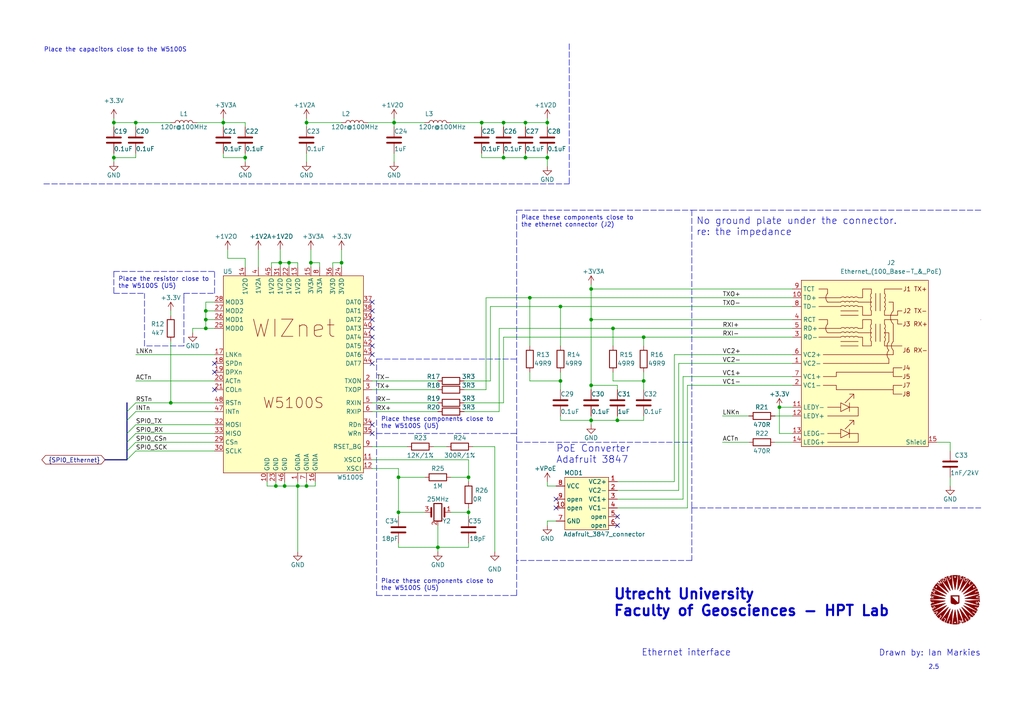
<source format=kicad_sch>
(kicad_sch (version 20211123) (generator eeschema)
  (paper "A4")
  (lib_symbols
    (symbol "+1V2A_1" (power) (in_bom no) (on_board no)
      (property "Value" "+1V2A_1" (at -3.81 3.81 0))
      (symbol "+1V2A_1_1_1"
        (pin power_in line (at 0 0 90) (length 0) hide (name "+1V2A") (number "1"))
      )
    )
    (symbol "+1V2D_1" (power) (in_bom no) (on_board no)
      (property "Value" "+1V2D_1" (at -3.81 3.81 0))
      (symbol "+1V2D_1_1_1"
        (pin power_in line (at 0 0 90) (length 0) hide (name "+1V2D") (number "1"))
      )
    )
    (symbol "+3V3A_1" (power) (in_bom no) (on_board no)
      (property "Value" "+3V3A_1" (at 0 5.08 0))
      (symbol "+3V3A_1_1_1"
        (pin power_in line (at 0 0 90) (length 0) hide (name "+3V3A") (number "1"))
      )
    )
    (symbol "+3V3A_2" (power) (in_bom no) (on_board no)
      (property "Value" "+3V3A_2" (at 0 5.08 0))
      (symbol "+3V3A_2_1_1"
        (pin power_in line (at 0 0 90) (length 0) hide (name "+3V3A") (number "1"))
      )
    )
    (symbol "Device:C" (pin_numbers hide) (pin_names (offset 0.254))
      (property "Reference" "C" (at 0.635 2.54 0))
      (property "Value" "C" (at 0.635 -2.54 0))
      (symbol "C_1_1"
        (pin passive line (at 0 3.81 270) (length 2.794) (name "~") (number "1"))
        (pin passive line (at 0 -3.81 90) (length 2.794) (name "~") (number "2"))
      )
    )
    (symbol "Device:L" (pin_numbers hide) (pin_names (offset 1.016) hide)
      (property "Reference" "L" (at -1.27 0 90))
      (property "Value" "L" (at 1.905 0 90))
      (symbol "L_1_1"
        (pin passive line (at 0 3.81 270) (length 1.27) (name "1") (number "1"))
        (pin passive line (at 0 -3.81 90) (length 1.27) (name "2") (number "2"))
      )
    )
    (symbol "Device:R" (pin_numbers hide) (pin_names (offset 0))
      (property "Reference" "R" (at 2.032 0 90))
      (property "Value" "R" (at 0 0 90))
      (symbol "R_1_1"
        (pin passive line (at 0 3.81 270) (length 1.27) (name "~") (number "1"))
        (pin passive line (at 0 -3.81 90) (length 1.27) (name "~") (number "2"))
      )
    )
    (symbol "HPT:+1V2A" (power) (in_bom no) (on_board no)
      (property "Value" "+1V2A" (at 0 5.08 0))
      (symbol "+1V2A_1_1"
        (pin power_in line (at 0 0 90) (length 0) hide (name "+1V2A") (number "1"))
      )
    )
    (symbol "HPT:+1V2D" (power) (in_bom no) (on_board no)
      (property "Value" "+1V2D" (at 0 5.08 0))
      (symbol "+1V2D_1_1"
        (pin power_in line (at 0 0 90) (length 0) hide (name "+1V2D") (number "1"))
      )
    )
    (symbol "HPT:+1V2O" (power) (in_bom no) (on_board no)
      (property "Value" "+1V2O" (at 0 5.08 0))
      (symbol "+1V2O_1_1"
        (pin power_in line (at 0 0 90) (length 0) hide (name "+1V2O") (number "1"))
      )
    )
    (symbol "HPT:+3V3A" (power) (in_bom no) (on_board no)
      (property "Value" "+3V3A" (at 0 5.08 0))
      (symbol "+3V3A_1_1"
        (pin power_in line (at 0 0 90) (length 0) hide (name "+3V3A") (number "1"))
      )
    )
    (symbol "HPT:+VPoE" (power) (in_bom no) (on_board no)
      (property "Value" "+VPoE" (at 0 5.08 0))
      (symbol "+VPoE_1_1"
        (pin power_in line (at 0 0 90) (length 0) hide (name "+VPoE") (number ""))
      )
    )
    (symbol "HPT:Adafruit_3847_connector"
      (property "Reference" "MOD?" (at -3.81 7.62 0))
      (property "Value" "Adafruit_3847_connector" (at 1.27 -10.16 0))
      (symbol "Adafruit_3847_connector_1_1"
        (pin bidirectional line (at 8.89 5.08 180) (length 2.54) (name "VC2+") (number "1"))
        (pin passive line (at -8.89 -2.54 0) (length 2.54) (name "open") (number "10"))
        (pin bidirectional line (at 8.89 2.54 180) (length 2.54) (name "VC2-") (number "2"))
        (pin bidirectional line (at 8.89 0 180) (length 2.54) (name "VC1+") (number "3"))
        (pin bidirectional line (at 8.89 -2.54 180) (length 2.54) (name "VC1-") (number "4"))
        (pin passive line (at 8.89 -5.08 180) (length 2.54) (name "open") (number "5"))
        (pin passive line (at 8.89 -7.62 180) (length 2.54) (name "open") (number "6"))
        (pin power_out line (at -8.89 -6.35 0) (length 2.54) (name "GND") (number "7"))
        (pin power_in line (at -8.89 3.81 0) (length 2.54) (name "VCC") (number "8"))
        (pin passive line (at -8.89 0 0) (length 2.54) (name "open") (number "9"))
      )
    )
    (symbol "HPT:Crystal"
      (property "Reference" "U" (at 1.27 6.35 0))
      (property "Value" "Crystal" (at 0 -8.89 0))
      (symbol "Crystal_1_1"
        (pin passive line (at -3.81 0 0) (length 1.27) (name "") (number "1"))
        (pin passive line (at 0 -3.81 90) (length 1.27) (name "") (number "2"))
        (pin passive line (at 3.81 0 180) (length 1.27) (name "") (number "3"))
        (pin passive line (at 0 -3.81 90) (length 1.27) hide (name "") (number "4"))
      )
    )
    (symbol "HPT:Ethernet_(100_Base-T_&_PoE)"
      (property "Reference" "J?" (at -16.51 29.21 0))
      (property "Value" "Ethernet_(100_Base-T_&_PoE)" (at -2.54 -21.59 0))
      (symbol "Ethernet_(100_Base-T_&_PoE)_0_0"
        (text "J1 TX+" (at 15.24 25.4 0) (effects (font (size 1.27 1.27))))
        (text "J2 TX-" (at 15.24 19.05 0) (effects (font (size 1.27 1.27))))
        (text "J3 RX+" (at 15.24 15.24 0) (effects (font (size 1.27 1.27))))
        (text "J4" (at 12.7 2.54 0) (effects (font (size 1.27 1.27))))
        (text "J5" (at 12.7 0 0) (effects (font (size 1.27 1.27))))
        (text "J6 RX-" (at 15.24 7.62 0) (effects (font (size 1.27 1.27))))
        (text "J7" (at 12.7 -2.54 0) (effects (font (size 1.27 1.27))))
        (text "J8" (at 12.7 -5.08 0) (effects (font (size 1.27 1.27))))
      )
      (symbol "Ethernet_(100_Base-T_&_PoE)_1_1"
        (pin output line (at -20.32 3.81 0) (length 2.54) (name "VC2-") (number "1"))
        (pin input line (at -20.32 22.86 0) (length 2.54) (name "TD+") (number "10"))
        (pin input line (at -20.32 -8.89 0) (length 2.54) (name "LEDY-") (number "11"))
        (pin input line (at -20.32 -11.43 0) (length 2.54) (name "LEDY+") (number "12"))
        (pin input line (at -20.32 -16.51 0) (length 2.54) (name "LEDG-") (number "13"))
        (pin input line (at -20.32 -19.05 0) (length 2.54) (name "LEDG+") (number "14"))
        (pin input line (at 21.59 -19.05 180) (length 2.54) (name "Shield") (number "15"))
        (pin input line (at 21.59 -19.05 180) (length 2.54) hide (name "Shield") (number "16"))
        (pin output line (at -20.32 -2.54 0) (length 2.54) (name "VC1-") (number "2"))
        (pin input line (at -20.32 11.43 0) (length 2.54) (name "RD-") (number "3"))
        (pin input line (at -20.32 16.51 0) (length 2.54) (name "RCT") (number "4"))
        (pin input line (at -20.32 13.97 0) (length 2.54) (name "RD+") (number "5"))
        (pin output line (at -20.32 6.35 0) (length 2.54) (name "VC2+") (number "6"))
        (pin output line (at -20.32 0 0) (length 2.54) (name "VC1+") (number "7"))
        (pin input line (at -20.32 20.32 0) (length 2.54) (name "TD-") (number "8"))
        (pin input line (at -20.32 25.4 0) (length 2.54) (name "TCT") (number "9"))
      )
    )
    (symbol "HPT:LOGO" (pin_names (offset 1.016)))
    (symbol "HPT:W5100S"
      (property "Reference" "U" (at -20.32 38.1 0))
      (property "Value" "W5100S" (at 20.32 -22.86 0))
      (symbol "W5100S_0_0"
        (text "W5100S" (at 0 0 0) (effects (font (size 3 3))))
        (text "WIZnet" (at 0 21.59 0) (effects (font (size 5 5))))
      )
      (symbol "W5100S_1_1"
        (pin input line (at -1.27 -22.86 90) (length 2.54) (name "GNDA") (number "1"))
        (pin input line (at 7.62 -22.86 90) (length 2.54) (name "GND") (number "10"))
        (pin input line (at -22.86 -16.51 0) (length 2.54) (name "XSCO") (number "11"))
        (pin input line (at -22.86 -19.05 0) (length 2.54) (name "XSCI") (number "12"))
        (pin input line (at -1.27 39.37 270) (length 2.54) (name "1V2D") (number "13"))
        (pin input line (at 13.97 39.37 270) (length 2.54) (name "1V2O") (number "14"))
        (pin input line (at -5.08 39.37 270) (length 2.54) (name "3V3A") (number "15"))
        (pin input line (at -6.35 -22.86 90) (length 2.54) (name "GNDA") (number "16"))
        (pin bidirectional line (at 22.86 13.97 180) (length 2.54) (name "LNKn") (number "17"))
        (pin bidirectional line (at 22.86 11.43 180) (length 2.54) (name "SPDn") (number "18"))
        (pin bidirectional line (at 22.86 8.89 180) (length 2.54) (name "DPXn") (number "19"))
        (pin input line (at -22.86 6.35 0) (length 2.54) (name "TXON") (number "2"))
        (pin bidirectional line (at 22.86 6.35 180) (length 2.54) (name "ACTn") (number "20"))
        (pin bidirectional line (at 22.86 3.81 180) (length 2.54) (name "COLn") (number "21"))
        (pin input line (at 1.27 39.37 270) (length 2.54) (name "1V2D") (number "22"))
        (pin input line (at 5.08 -22.86 90) (length 2.54) (name "GND") (number "23"))
        (pin input line (at -13.97 39.37 270) (length 2.54) (name "3V3D") (number "24"))
        (pin input line (at 22.86 21.59 180) (length 2.54) (name "MOD0") (number "25"))
        (pin input line (at 22.86 24.13 180) (length 2.54) (name "MOD1") (number "26"))
        (pin input line (at 22.86 26.67 180) (length 2.54) (name "MOD2") (number "27"))
        (pin input line (at 22.86 29.21 180) (length 2.54) (name "MOD3") (number "28"))
        (pin bidirectional line (at 22.86 -11.43 180) (length 2.54) (name "CSn") (number "29"))
        (pin input line (at -22.86 3.81 0) (length 2.54) (name "TXOP") (number "3"))
        (pin bidirectional line (at 22.86 -13.97 180) (length 2.54) (name "SCLK") (number "30"))
        (pin input line (at 3.81 39.37 270) (length 2.54) (name "1V2D") (number "31"))
        (pin bidirectional line (at 22.86 -6.35 180) (length 2.54) (name "MOSI") (number "32"))
        (pin bidirectional line (at 22.86 -8.89 180) (length 2.54) (name "MISO") (number "33"))
        (pin input line (at -22.86 -6.35 0) (length 2.54) (name "RDn") (number "34"))
        (pin input line (at -22.86 -8.89 0) (length 2.54) (name "WRn") (number "35"))
        (pin input line (at -11.43 39.37 270) (length 2.54) (name "3V3D") (number "36"))
        (pin input line (at -22.86 29.21 0) (length 2.54) (name "DAT0") (number "37"))
        (pin input line (at -22.86 26.67 0) (length 2.54) (name "DAT1") (number "38"))
        (pin input line (at -22.86 24.13 0) (length 2.54) (name "DAT2") (number "39"))
        (pin input line (at 10.16 39.37 270) (length 2.54) (name "1V2A") (number "4"))
        (pin input line (at -22.86 21.59 0) (length 2.54) (name "DAT3") (number "40"))
        (pin input line (at -22.86 19.05 0) (length 2.54) (name "DAT4") (number "41"))
        (pin input line (at -22.86 16.51 0) (length 2.54) (name "DAT5") (number "42"))
        (pin input line (at -22.86 13.97 0) (length 2.54) (name "DAT6") (number "43"))
        (pin input line (at -22.86 11.43 0) (length 2.54) (name "DAT7") (number "44"))
        (pin input line (at 6.35 39.37 270) (length 2.54) (name "1V2D") (number "45"))
        (pin input line (at 2.54 -22.86 90) (length 2.54) (name "GND") (number "46"))
        (pin bidirectional line (at 22.86 -2.54 180) (length 2.54) (name "INTn") (number "47"))
        (pin bidirectional line (at 22.86 0 180) (length 2.54) (name "RSTn") (number "48"))
        (pin input line (at -22.86 0 0) (length 2.54) (name "RXIN") (number "5"))
        (pin input line (at -22.86 -2.54 0) (length 2.54) (name "RXIP") (number "6"))
        (pin input line (at -3.81 -22.86 90) (length 2.54) (name "GNDA") (number "7"))
        (pin input line (at -7.62 39.37 270) (length 2.54) (name "3V3A") (number "8"))
        (pin input line (at -22.86 -12.7 0) (length 2.54) (name "RSET_BG") (number "9"))
      )
    )
    (symbol "power:+3.3V" (power) (pin_names (offset 0))
      (property "Value" "+3.3V" (at 0 3.556 0))
      (symbol "+3.3V_1_1"
        (pin power_in line (at 0 0 90) (length 0) hide (name "+3.3V") (number "1"))
      )
    )
    (symbol "power:GND" (power) (pin_names (offset 0))
      (property "Value" "GND" (at 0 -3.81 0))
      (symbol "GND_1_1"
        (pin power_in line (at 0 0 270) (length 0) hide (name "GND") (number "1"))
      )
    )
  )
  (junction (at 127 158.75))
  (junction (at 49.53 116.84))
  (junction (at 33.02 35.56))
  (junction (at 162.56 110.49))
  (junction (at 146.05 45.72))
  (junction (at 158.75 35.56))
  (junction (at 152.4 35.56))
  (junction (at 59.69 90.17))
  (junction (at 82.55 140.97))
  (junction (at 139.7 35.56))
  (junction (at 177.8 95.25))
  (junction (at 179.07 121.92))
  (junction (at 135.89 138.43))
  (junction (at 39.37 35.56))
  (junction (at 64.77 35.56))
  (junction (at 99.06 76.2))
  (junction (at 158.75 45.72))
  (junction (at 186.69 110.49))
  (junction (at 80.01 140.97))
  (junction (at 83.82 76.2))
  (junction (at 135.89 148.59))
  (junction (at 114.3 35.56))
  (junction (at 186.69 97.79))
  (junction (at 162.56 88.9))
  (junction (at 226.06 118.11))
  (junction (at 146.05 35.56))
  (junction (at 88.9 140.97))
  (junction (at 153.67 86.36))
  (junction (at 171.45 83.82))
  (junction (at 86.36 140.97))
  (junction (at 88.9 35.56))
  (junction (at 90.17 76.2))
  (junction (at 71.12 45.72))
  (junction (at 171.45 92.71))
  (junction (at 59.69 95.25))
  (junction (at 171.45 111.76))
  (junction (at 152.4 45.72))
  (junction (at 115.57 138.43))
  (junction (at 81.28 76.2))
  (junction (at 115.57 148.59))
  (junction (at 171.45 121.92))
  (junction (at 59.69 92.71))
  (junction (at 33.02 45.72))
  (no_connect (at 179.07 149.86))
  (no_connect (at 161.29 144.78))
  (no_connect (at 107.95 125.73))
  (no_connect (at 107.95 123.19))
  (no_connect (at 161.29 147.32))
  (no_connect (at 62.23 105.41))
  (no_connect (at 62.23 113.03))
  (no_connect (at 62.23 107.95))
  (no_connect (at 107.95 97.79))
  (no_connect (at 107.95 95.25))
  (no_connect (at 107.95 100.33))
  (no_connect (at 107.95 102.87))
  (no_connect (at 107.95 105.41))
  (no_connect (at 107.95 92.71))
  (no_connect (at 107.95 90.17))
  (no_connect (at 107.95 87.63))
  (no_connect (at 179.07 152.4))
  (bus_entry (at 36.83 130.81) (size 2.54 -2.54))
  (bus_entry (at 36.83 119.38) (size 2.54 -2.54))
  (bus_entry (at 36.83 128.27) (size 2.54 -2.54))
  (bus_entry (at 36.83 121.92) (size 2.54 -2.54))
  (bus_entry (at 36.83 133.35) (size 2.54 -2.54))
  (bus_entry (at 36.83 125.73) (size 2.54 -2.54))
  (wire (pts (xy 134.62 113.03) (xy 140.97 113.03)))
  (wire (pts (xy 179.07 147.32) (xy 199.39 147.32)))
  (wire (pts (xy 224.79 120.65) (xy 229.87 120.65)))
  (wire (pts (xy 39.37 125.73) (xy 62.23 125.73)))
  (wire (pts (xy 135.89 158.75) (xy 127 158.75)))
  (wire (pts (xy 99.06 72.39) (xy 99.06 76.2)))
  (wire (pts (xy 106.68 35.56) (xy 114.3 35.56)))
  (wire (pts (xy 82.55 140.97) (xy 86.36 140.97)))
  (wire (pts (xy 158.75 139.7) (xy 158.75 140.97)))
  (wire (pts (xy 114.3 35.56) (xy 114.3 36.83)))
  (wire (pts (xy 186.69 110.49) (xy 186.69 113.03)))
  (wire (pts (xy 64.77 35.56) (xy 64.77 36.83)))
  (wire (pts (xy 135.89 158.75) (xy 135.89 157.48)))
  (wire (pts (xy 139.7 35.56) (xy 146.05 35.56)))
  (wire (pts (xy 33.02 45.72) (xy 33.02 44.45)))
  (wire (pts (xy 158.75 45.72) (xy 158.75 48.26)))
  (wire (pts (xy 33.02 35.56) (xy 33.02 36.83)))
  (wire (pts (xy 49.53 99.06) (xy 49.53 116.84)))
  (wire (pts (xy 127 158.75) (xy 115.57 158.75)))
  (wire (pts (xy 107.95 135.89) (xy 115.57 135.89)))
  (wire (pts (xy 162.56 120.65) (xy 162.56 121.92)))
  (wire (pts (xy 71.12 45.72) (xy 71.12 46.99)))
  (wire (pts (xy 62.23 87.63) (xy 59.69 87.63)))
  (wire (pts (xy 137.16 129.54) (xy 143.51 129.54)))
  (wire (pts (xy 114.3 35.56) (xy 123.19 35.56)))
  (bus (pts (xy 36.83 125.73) (xy 36.83 128.27)))
  (wire (pts (xy 114.3 46.99) (xy 114.3 44.45)))
  (wire (pts (xy 49.53 91.44) (xy 49.53 90.17)))
  (wire (pts (xy 88.9 139.7) (xy 88.9 140.97)))
  (wire (pts (xy 96.52 76.2) (xy 96.52 77.47)))
  (wire (pts (xy 92.71 76.2) (xy 92.71 77.47)))
  (wire (pts (xy 115.57 138.43) (xy 115.57 148.59)))
  (bus (pts (xy 36.83 130.81) (xy 36.83 133.35)))
  (polyline (pts (xy 62.23 85.09) (xy 62.23 78.74)))
  (wire (pts (xy 171.45 111.76) (xy 171.45 113.03)))
  (wire (pts (xy 88.9 34.29) (xy 88.9 35.56)))
  (wire (pts (xy 135.89 138.43) (xy 130.81 138.43)))
  (wire (pts (xy 81.28 76.2) (xy 78.74 76.2)))
  (wire (pts (xy 198.12 144.78) (xy 198.12 109.22)))
  (wire (pts (xy 162.56 107.95) (xy 162.56 110.49)))
  (polyline (pts (xy 200.66 147.32) (xy 284.48 147.32)))
  (wire (pts (xy 196.85 142.24) (xy 196.85 105.41)))
  (wire (pts (xy 64.77 34.29) (xy 64.77 35.56)))
  (polyline (pts (xy 33.02 85.09) (xy 41.91 85.09)))
  (wire (pts (xy 139.7 45.72) (xy 146.05 45.72)))
  (wire (pts (xy 142.24 110.49) (xy 142.24 88.9)))
  (wire (pts (xy 161.29 140.97) (xy 158.75 140.97)))
  (wire (pts (xy 39.37 45.72) (xy 39.37 44.45)))
  (wire (pts (xy 146.05 35.56) (xy 152.4 35.56)))
  (polyline (pts (xy 12.7 53.34) (xy 165.1 53.34)))
  (bus (pts (xy 36.83 121.92) (xy 36.83 125.73)))
  (wire (pts (xy 71.12 45.72) (xy 71.12 44.45)))
  (wire (pts (xy 199.39 111.76) (xy 229.87 111.76)))
  (wire (pts (xy 90.17 72.39) (xy 90.17 76.2)))
  (wire (pts (xy 107.95 133.35) (xy 135.89 133.35)))
  (wire (pts (xy 179.07 144.78) (xy 198.12 144.78)))
  (wire (pts (xy 77.47 140.97) (xy 80.01 140.97)))
  (wire (pts (xy 64.77 35.56) (xy 71.12 35.56)))
  (polyline (pts (xy 165.1 12.7) (xy 165.1 53.34)))
  (wire (pts (xy 127 116.84) (xy 107.95 116.84)))
  (wire (pts (xy 78.74 76.2) (xy 78.74 77.47)))
  (wire (pts (xy 171.45 83.82) (xy 229.87 83.82)))
  (wire (pts (xy 33.02 45.72) (xy 39.37 45.72)))
  (wire (pts (xy 114.3 34.29) (xy 114.3 35.56)))
  (wire (pts (xy 123.19 138.43) (xy 115.57 138.43)))
  (wire (pts (xy 161.29 151.13) (xy 158.75 151.13)))
  (polyline (pts (xy 149.86 172.72) (xy 149.86 162.56)))
  (wire (pts (xy 135.89 139.7) (xy 135.89 138.43)))
  (wire (pts (xy 179.07 120.65) (xy 179.07 121.92)))
  (wire (pts (xy 71.12 35.56) (xy 71.12 36.83)))
  (polyline (pts (xy 200.66 162.56) (xy 149.86 162.56)))
  (wire (pts (xy 224.79 128.27) (xy 229.87 128.27)))
  (wire (pts (xy 74.93 72.39) (xy 74.93 77.47)))
  (wire (pts (xy 62.23 92.71) (xy 59.69 92.71)))
  (wire (pts (xy 59.69 92.71) (xy 59.69 90.17)))
  (wire (pts (xy 139.7 45.72) (xy 139.7 44.45)))
  (bus (pts (xy 36.83 116.84) (xy 36.83 119.38)))
  (wire (pts (xy 146.05 45.72) (xy 146.05 44.45)))
  (wire (pts (xy 59.69 95.25) (xy 55.88 95.25)))
  (wire (pts (xy 55.88 95.25) (xy 55.88 96.52)))
  (wire (pts (xy 88.9 44.45) (xy 88.9 46.99)))
  (wire (pts (xy 158.75 45.72) (xy 158.75 44.45)))
  (wire (pts (xy 135.89 147.32) (xy 135.89 148.59)))
  (wire (pts (xy 158.75 35.56) (xy 158.75 36.83)))
  (wire (pts (xy 86.36 76.2) (xy 83.82 76.2)))
  (wire (pts (xy 39.37 116.84) (xy 49.53 116.84)))
  (wire (pts (xy 90.17 76.2) (xy 90.17 77.47)))
  (wire (pts (xy 135.89 133.35) (xy 135.89 138.43)))
  (wire (pts (xy 171.45 121.92) (xy 179.07 121.92)))
  (wire (pts (xy 162.56 121.92) (xy 171.45 121.92)))
  (wire (pts (xy 198.12 109.22) (xy 229.87 109.22)))
  (wire (pts (xy 83.82 76.2) (xy 83.82 77.47)))
  (wire (pts (xy 80.01 140.97) (xy 82.55 140.97)))
  (wire (pts (xy 152.4 35.56) (xy 158.75 35.56)))
  (bus (pts (xy 36.83 119.38) (xy 36.83 121.92)))
  (wire (pts (xy 171.45 92.71) (xy 171.45 111.76)))
  (wire (pts (xy 64.77 45.72) (xy 71.12 45.72)))
  (wire (pts (xy 39.37 110.49) (xy 62.23 110.49)))
  (wire (pts (xy 115.57 158.75) (xy 115.57 157.48)))
  (bus (pts (xy 36.83 128.27) (xy 36.83 130.81)))
  (wire (pts (xy 146.05 116.84) (xy 146.05 97.79)))
  (polyline (pts (xy 149.86 128.27) (xy 149.86 60.96)))
  (wire (pts (xy 153.67 110.49) (xy 162.56 110.49)))
  (polyline (pts (xy 109.22 125.73) (xy 109.22 172.72)))
  (wire (pts (xy 57.15 35.56) (xy 64.77 35.56)))
  (wire (pts (xy 81.28 76.2) (xy 81.28 77.47)))
  (wire (pts (xy 115.57 148.59) (xy 115.57 149.86)))
  (wire (pts (xy 177.8 95.25) (xy 229.87 95.25)))
  (wire (pts (xy 88.9 35.56) (xy 99.06 35.56)))
  (wire (pts (xy 86.36 139.7) (xy 86.36 140.97)))
  (wire (pts (xy 62.23 95.25) (xy 59.69 95.25)))
  (wire (pts (xy 127 119.38) (xy 107.95 119.38)))
  (wire (pts (xy 229.87 118.11) (xy 226.06 118.11)))
  (wire (pts (xy 125.73 129.54) (xy 129.54 129.54)))
  (polyline (pts (xy 284.48 60.96) (xy 200.66 60.96)))
  (wire (pts (xy 134.62 116.84) (xy 146.05 116.84)))
  (wire (pts (xy 195.58 139.7) (xy 195.58 102.87)))
  (wire (pts (xy 162.56 88.9) (xy 229.87 88.9)))
  (wire (pts (xy 81.28 72.39) (xy 81.28 76.2)))
  (wire (pts (xy 179.07 139.7) (xy 195.58 139.7)))
  (wire (pts (xy 49.53 116.84) (xy 62.23 116.84)))
  (polyline (pts (xy 200.66 147.32) (xy 200.66 162.56)))
  (wire (pts (xy 130.81 148.59) (xy 135.89 148.59)))
  (bus (pts (xy 30.48 133.35) (xy 36.83 133.35)))
  (polyline (pts (xy 149.86 162.56) (xy 149.86 128.27)))
  (wire (pts (xy 144.78 119.38) (xy 144.78 95.25)))
  (wire (pts (xy 171.45 92.71) (xy 229.87 92.71)))
  (wire (pts (xy 77.47 139.7) (xy 77.47 140.97)))
  (polyline (pts (xy 149.86 60.96) (xy 200.66 60.96)))
  (wire (pts (xy 127 110.49) (xy 107.95 110.49)))
  (wire (pts (xy 115.57 148.59) (xy 123.19 148.59)))
  (wire (pts (xy 33.02 35.56) (xy 33.02 34.29)))
  (wire (pts (xy 39.37 130.81) (xy 62.23 130.81)))
  (wire (pts (xy 86.36 77.47) (xy 86.36 76.2)))
  (wire (pts (xy 153.67 86.36) (xy 153.67 100.33)))
  (wire (pts (xy 195.58 102.87) (xy 229.87 102.87)))
  (wire (pts (xy 39.37 119.38) (xy 62.23 119.38)))
  (wire (pts (xy 209.55 120.65) (xy 217.17 120.65)))
  (wire (pts (xy 33.02 46.99) (xy 33.02 45.72)))
  (wire (pts (xy 107.95 129.54) (xy 118.11 129.54)))
  (polyline (pts (xy 33.02 78.74) (xy 33.02 85.09)))
  (wire (pts (xy 162.56 100.33) (xy 162.56 88.9)))
  (polyline (pts (xy 53.34 86.36) (xy 53.34 85.09)))
  (wire (pts (xy 139.7 35.56) (xy 139.7 36.83)))
  (wire (pts (xy 71.12 74.93) (xy 71.12 77.47)))
  (wire (pts (xy 99.06 76.2) (xy 96.52 76.2)))
  (wire (pts (xy 144.78 95.25) (xy 177.8 95.25)))
  (wire (pts (xy 64.77 45.72) (xy 64.77 44.45)))
  (wire (pts (xy 153.67 86.36) (xy 229.87 86.36)))
  (wire (pts (xy 39.37 102.87) (xy 62.23 102.87)))
  (wire (pts (xy 115.57 135.89) (xy 115.57 138.43)))
  (wire (pts (xy 86.36 140.97) (xy 88.9 140.97)))
  (polyline (pts (xy 109.22 125.73) (xy 109.22 104.14)))
  (wire (pts (xy 39.37 35.56) (xy 39.37 36.83)))
  (wire (pts (xy 39.37 128.27) (xy 62.23 128.27)))
  (wire (pts (xy 179.07 121.92) (xy 186.69 121.92)))
  (wire (pts (xy 66.04 72.39) (xy 66.04 74.93)))
  (wire (pts (xy 59.69 90.17) (xy 59.69 87.63)))
  (polyline (pts (xy 53.34 85.09) (xy 62.23 85.09)))
  (polyline (pts (xy 149.86 128.27) (xy 200.66 128.27)))
  (wire (pts (xy 171.45 111.76) (xy 179.07 111.76)))
  (wire (pts (xy 91.44 139.7) (xy 91.44 140.97)))
  (polyline (pts (xy 109.22 104.14) (xy 149.86 104.14)))
  (wire (pts (xy 142.24 88.9) (xy 162.56 88.9)))
  (wire (pts (xy 171.45 120.65) (xy 171.45 121.92)))
  (wire (pts (xy 153.67 107.95) (xy 153.67 110.49)))
  (polyline (pts (xy 200.66 60.96) (xy 200.66 147.32)))
  (wire (pts (xy 39.37 35.56) (xy 33.02 35.56)))
  (wire (pts (xy 135.89 148.59) (xy 135.89 149.86)))
  (wire (pts (xy 99.06 76.2) (xy 99.06 77.47)))
  (polyline (pts (xy 109.22 172.72) (xy 149.86 172.72)))
  (wire (pts (xy 186.69 97.79) (xy 186.69 100.33)))
  (wire (pts (xy 143.51 129.54) (xy 143.51 160.02)))
  (wire (pts (xy 146.05 45.72) (xy 152.4 45.72)))
  (wire (pts (xy 177.8 107.95) (xy 177.8 110.49)))
  (wire (pts (xy 90.17 76.2) (xy 92.71 76.2)))
  (polyline (pts (xy 53.34 100.33) (xy 41.91 100.33)))
  (wire (pts (xy 127 160.02) (xy 127 158.75)))
  (wire (pts (xy 127 152.4) (xy 127 158.75)))
  (wire (pts (xy 146.05 35.56) (xy 146.05 36.83)))
  (wire (pts (xy 86.36 140.97) (xy 86.36 160.02)))
  (wire (pts (xy 171.45 121.92) (xy 171.45 123.19)))
  (wire (pts (xy 152.4 45.72) (xy 158.75 45.72)))
  (wire (pts (xy 88.9 140.97) (xy 91.44 140.97)))
  (wire (pts (xy 186.69 121.92) (xy 186.69 120.65)))
  (wire (pts (xy 171.45 83.82) (xy 171.45 92.71)))
  (wire (pts (xy 177.8 95.25) (xy 177.8 100.33)))
  (wire (pts (xy 171.45 82.55) (xy 171.45 83.82)))
  (wire (pts (xy 152.4 35.56) (xy 152.4 36.83)))
  (wire (pts (xy 179.07 142.24) (xy 196.85 142.24)))
  (polyline (pts (xy 41.91 100.33) (xy 41.91 85.09)))
  (polyline (pts (xy 109.22 125.73) (xy 149.86 125.73)))
  (wire (pts (xy 162.56 110.49) (xy 162.56 113.03)))
  (wire (pts (xy 271.78 128.27) (xy 275.59 128.27)))
  (wire (pts (xy 158.75 34.29) (xy 158.75 35.56)))
  (wire (pts (xy 158.75 151.13) (xy 158.75 152.4)))
  (wire (pts (xy 59.69 95.25) (xy 59.69 92.71)))
  (wire (pts (xy 81.28 76.2) (xy 83.82 76.2)))
  (wire (pts (xy 127 113.03) (xy 107.95 113.03)))
  (wire (pts (xy 146.05 97.79) (xy 186.69 97.79)))
  (wire (pts (xy 275.59 140.97) (xy 275.59 138.43)))
  (polyline (pts (xy 33.02 78.74) (xy 62.23 78.74)))
  (wire (pts (xy 134.62 110.49) (xy 142.24 110.49)))
  (wire (pts (xy 62.23 90.17) (xy 59.69 90.17)))
  (wire (pts (xy 134.62 119.38) (xy 144.78 119.38)))
  (wire (pts (xy 226.06 125.73) (xy 226.06 118.11)))
  (polyline (pts (xy 53.34 86.36) (xy 53.34 100.33)))
  (wire (pts (xy 196.85 105.41) (xy 229.87 105.41)))
  (wire (pts (xy 186.69 97.79) (xy 229.87 97.79)))
  (wire (pts (xy 177.8 110.49) (xy 186.69 110.49)))
  (wire (pts (xy 82.55 139.7) (xy 82.55 140.97)))
  (wire (pts (xy 130.81 35.56) (xy 139.7 35.56)))
  (wire (pts (xy 229.87 125.73) (xy 226.06 125.73)))
  (wire (pts (xy 140.97 86.36) (xy 153.67 86.36)))
  (wire (pts (xy 140.97 113.03) (xy 140.97 86.36)))
  (wire (pts (xy 39.37 123.19) (xy 62.23 123.19)))
  (wire (pts (xy 49.53 35.56) (xy 39.37 35.56)))
  (wire (pts (xy 152.4 45.72) (xy 152.4 44.45)))
  (wire (pts (xy 179.07 113.03) (xy 179.07 111.76)))
  (wire (pts (xy 186.69 107.95) (xy 186.69 110.49)))
  (wire (pts (xy 199.39 147.32) (xy 199.39 111.76)))
  (wire (pts (xy 88.9 35.56) (xy 88.9 36.83)))
  (wire (pts (xy 275.59 128.27) (xy 275.59 130.81)))
  (wire (pts (xy 80.01 139.7) (xy 80.01 140.97)))
  (wire (pts (xy 209.55 128.27) (xy 217.17 128.27)))
  (wire (pts (xy 66.04 74.93) (xy 71.12 74.93)))
  (text "Place the resistor close to \nthe W5100S (U5)" (at 34.29 83.82 0) (effects (font (size 1.27 1.27)) (justify left bottom)))
  (text "No ground plate under the connector.\nre: the impedance\n" (at 201.93 68.58 0) (effects (font (size 2 2)) (justify left bottom)))
  (text "Place these components close to \nthe ethernet connector (J2)" (at 151.13 66.04 0) (effects (font (size 1.27 1.27)) (justify left bottom)))
  (text "Place these components close to \nthe W5100S (U5)" (at 110.49 171.45 0) (effects (font (size 1.27 1.27)) (justify left bottom)))
  (text "Ethernet interface" (at 212.09 190.5 180) (effects (font (size 1.905 1.905)) (justify right bottom)))
  (text "Utrecht University\nFaculty of Geosciences - HPT Lab" (at 177.8 179.07 0) (effects (font (size 3 3) (thickness 0.6) bold) (justify left bottom)))
  (text "Place these components close to \nthe W5100S (U5)" (at 110.49 124.46 0) (effects (font (size 1.27 1.27)) (justify left bottom)))
  (text "PoE Converter\nAdafruit 3847\n" (at 161.29 134.62 0) (effects (font (size 2 2)) (justify left bottom)))
  (text "Drawn by: Ian Markies" (at 284.48 190.5 180) (effects (font (size 1.75 1.75)) (justify right bottom)))
  (text "2.5" (at 269.24 194.31 0) (effects (font (size 1.27 1.27)) (justify left bottom)))
  (text "Place the capacitors close to the W5100S" (at 12.7 15.24 0) (effects (font (size 1.27 1.27)) (justify left bottom)))
  (label "TXO-" (at 209.55 88.9 0))
  (label "ACTn" (at 209.55 128.27 0))
  (label "RX+" (at 109.22 119.38 0))
  (label "SPI0_RX" (at 39.37 125.73 0))
  (label "VC2+" (at 209.55 102.87 0))
  (label "RSTn" (at 39.37 116.84 0))
  (label "SPI0_CSn" (at 39.37 128.27 0))
  (label "SPI0_SCK" (at 39.37 130.81 0))
  (label "VC1-" (at 209.55 111.76 0))
  (label "TXO+" (at 209.55 86.36 0))
  (label "TX-" (at 109.22 110.49 0))
  (label "INTn" (at 39.37 119.38 0))
  (label "LNKn" (at 209.55 120.65 0))
  (label "SPI0_TX" (at 39.37 123.19 0))
  (label "LNKn" (at 39.37 102.87 0))
  (label "RX-" (at 109.22 116.84 0))
  (label "ACTn" (at 39.37 110.49 0))
  (label "RXI-" (at 209.55 97.79 0))
  (label "TX+" (at 109.22 113.03 0))
  (label "VC2-" (at 209.55 105.41 0))
  (label "VC1+" (at 209.55 109.22 0))
  (label "RXI+" (at 209.55 95.25 0))
  (global_label "{SPI0_Ethernet}" (shape bidirectional) (at 30.48 133.35 180) (property "Intersheet References" "${INTERSHEET_REFS}" (effects hide)))
  (symbol (lib_id "Device:R") (at 153.67 104.14 180) (unit 1)
    (property "Reference" "R13" (at 157.48 102.87 0))
    (property "Value" "49R9" (at 157.48 105.41 0))
    (property "Footprint" "Resistor_SMD:R_0402_1005Metric" (effects hide))
  )
  (symbol (lib_id "Device:C") (at 179.07 116.84 0) (unit 1)
    (property "Reference" "C31" (at 179.07 114.3 0) (effects (justify left)))
    (property "Value" "1uF" (at 179.07 119.38 0) (effects (justify left)))
    (property "Footprint" "Capacitor_SMD:C_0402_1005Metric" (effects hide))
  )
  (symbol (lib_id "HPT:Crystal") (at 127 148.59 0) (mirror y) (unit 1)
    (property "Reference" "Y2" (at 129.54 151.13 0))
    (property "Value" "25MHz" (at 127 144.78 0))
    (property "Footprint" "Crystal:Crystal_SMD_Abracon_ABM8G-4Pin_3.2x2.5mm" (effects hide))
  )
  (symbol (lib_id "power:GND") (at 33.02 46.99 0) (unit 1)
    (property "Reference" "#PWR025" (effects hide))
    (property "Value" "GND" (at 33.02 50.8 0))
  )
  (symbol (lib_id "Device:L") (at 53.34 35.56 90) (unit 1)
    (property "Reference" "L1" (at 53.34 33.02 90))
    (property "Value" "120r@100MHz" (at 53.34 36.83 90))
    (property "Footprint" "Inductor_SMD:L_0402_1005Metric" (effects hide))
  )
  (symbol (lib_id "power:GND") (at 275.59 140.97 0) (unit 1)
    (property "Reference" "#PWR035" (effects hide))
    (property "Value" "GND" (at 275.59 144.78 0))
  )
  (symbol (lib_id "HPT:W5100S") (at 85.09 116.84 0) (mirror y) (unit 1)
    (property "Reference" "U5" (at 66.04 78.74 0))
    (property "Value" "W5100S" (at 101.6 138.43 0))
    (property "Footprint" "HPT:LQFP48" (effects hide))
  )
  (symbol (lib_name "+3V3A_1") (lib_id "HPT:+3V3A") (at 90.17 72.39 0) (unit 1) (in_bom no) (on_board no)
    (property "Reference" "#U09" (effects hide))
    (property "Value" "+3V3A" (at 87.63 68.58 0) (effects (justify left)))
  )
  (symbol (lib_id "Device:R") (at 133.35 129.54 270) (mirror x) (unit 1)
    (property "Reference" "R24" (at 133.35 127 90))
    (property "Value" "300R/1%" (at 133.35 132.08 90))
    (property "Footprint" "Resistor_SMD:R_0402_1005Metric" (effects hide))
  )
  (symbol (lib_id "HPT:+1V2D") (at 158.75 34.29 0) (unit 1) (in_bom no) (on_board no)
    (property "Reference" "#U08" (effects hide))
    (property "Value" "+1V2D" (at 154.94 30.48 0) (effects (justify left)))
  )
  (symbol (lib_id "Device:R") (at 186.69 104.14 180) (unit 1)
    (property "Reference" "R16" (at 190.5 102.87 0))
    (property "Value" "49R9" (at 190.5 105.41 0))
    (property "Footprint" "Resistor_SMD:R_0402_1005Metric" (effects hide))
  )
  (symbol (lib_id "power:+3.3V") (at 226.06 118.11 0) (unit 1)
    (property "Reference" "#PWR033" (effects hide))
    (property "Value" "+3.3V" (at 226.06 114.3 0))
  )
  (symbol (lib_id "power:GND") (at 127 160.02 0) (mirror y) (unit 1)
    (property "Reference" "#PWR038" (effects hide))
    (property "Value" "GND" (at 127 163.83 0))
  )
  (symbol (lib_id "HPT:+1V2A") (at 88.9 34.29 0) (unit 1) (in_bom no) (on_board no)
    (property "Reference" "#U06" (effects hide))
    (property "Value" "+1V2A" (at 85.09 30.48 0) (effects (justify left)))
  )
  (symbol (lib_id "Device:C") (at 158.75 40.64 0) (unit 1)
    (property "Reference" "C28" (at 158.75 38.1 0) (effects (justify left)))
    (property "Value" "0.1uF" (at 158.75 43.18 0) (effects (justify left)))
    (property "Footprint" "Capacitor_SMD:C_0402_1005Metric" (effects hide))
  )
  (symbol (lib_id "Device:C") (at 114.3 40.64 0) (unit 1)
    (property "Reference" "C24" (at 114.3 38.1 0) (effects (justify left)))
    (property "Value" "1uF" (at 114.3 43.18 0) (effects (justify left)))
    (property "Footprint" "Capacitor_SMD:C_0402_1005Metric" (effects hide))
  )
  (symbol (lib_id "Device:R") (at 220.98 128.27 270) (unit 1)
    (property "Reference" "R22" (at 220.98 125.73 90))
    (property "Value" "470R" (at 220.98 130.81 90))
    (property "Footprint" "Resistor_SMD:R_0402_1005Metric" (effects hide))
  )
  (symbol (lib_id "Device:C") (at 115.57 153.67 0) (mirror y) (unit 1)
    (property "Reference" "C34" (at 115.57 151.13 0) (effects (justify left)))
    (property "Value" "18pF" (at 115.57 156.21 0) (effects (justify left)))
    (property "Footprint" "Capacitor_SMD:C_0402_1005Metric" (effects hide))
  )
  (symbol (lib_id "power:+3.3V") (at 49.53 90.17 0) (unit 1)
    (property "Reference" "#PWR031" (effects hide))
    (property "Value" "+3.3V" (at 49.53 86.36 0))
  )
  (symbol (lib_id "Device:C") (at 186.69 116.84 0) (unit 1)
    (property "Reference" "C32" (at 186.69 114.3 0) (effects (justify left)))
    (property "Value" "0.1uF" (at 186.69 119.38 0) (effects (justify left)))
    (property "Footprint" "Capacitor_SMD:C_0402_1005Metric" (effects hide))
  )
  (symbol (lib_id "HPT:+1V2O") (at 66.04 72.39 0) (unit 1) (in_bom no) (on_board no)
    (property "Reference" "#PWR012O01" (effects hide))
    (property "Value" "+1V2O" (at 62.23 68.58 0) (effects (justify left)))
  )
  (symbol (lib_id "power:GND") (at 143.51 160.02 0) (unit 1)
    (property "Reference" "#PWR039" (effects hide))
    (property "Value" "GND" (at 143.51 165.1 0))
  )
  (symbol (lib_id "Device:R") (at 162.56 104.14 180) (unit 1)
    (property "Reference" "R14" (at 166.37 102.87 0))
    (property "Value" "49R9" (at 166.37 105.41 0))
    (property "Footprint" "Resistor_SMD:R_0402_1005Metric" (effects hide))
  )
  (symbol (lib_id "Device:C") (at 139.7 40.64 0) (unit 1)
    (property "Reference" "C25" (at 139.7 38.1 0) (effects (justify left)))
    (property "Value" "0.1uF" (at 139.7 43.18 0) (effects (justify left)))
    (property "Footprint" "Capacitor_SMD:C_0402_1005Metric" (effects hide))
  )
  (symbol (lib_id "Device:C") (at 71.12 40.64 0) (unit 1)
    (property "Reference" "C22" (at 71.12 38.1 0) (effects (justify left)))
    (property "Value" "0.1uF" (at 71.12 43.18 0) (effects (justify left)))
    (property "Footprint" "Capacitor_SMD:C_0402_1005Metric" (effects hide))
  )
  (symbol (lib_id "Device:R") (at 135.89 143.51 0) (mirror x) (unit 1)
    (property "Reference" "R26" (at 139.7 142.24 0))
    (property "Value" "0R" (at 138.43 144.78 0))
    (property "Footprint" "Resistor_SMD:R_0402_1005Metric" (effects hide))
  )
  (symbol (lib_id "Device:C") (at 135.89 153.67 0) (mirror y) (unit 1)
    (property "Reference" "C35" (at 139.7 151.13 0) (effects (justify left)))
    (property "Value" "18pF" (at 140.97 156.21 0) (effects (justify left)))
    (property "Footprint" "Capacitor_SMD:C_0402_1005Metric" (effects hide))
  )
  (symbol (lib_id "Device:C") (at 146.05 40.64 0) (unit 1)
    (property "Reference" "C26" (at 146.05 38.1 0) (effects (justify left)))
    (property "Value" "0.1uF" (at 146.05 43.18 0) (effects (justify left)))
    (property "Footprint" "Capacitor_SMD:C_0402_1005Metric" (effects hide))
  )
  (symbol (lib_id "power:GND") (at 158.75 152.4 0) (mirror y) (unit 1)
    (property "Reference" "#PWR036" (effects hide))
    (property "Value" "GND" (at 158.75 156.21 0))
  )
  (symbol (lib_id "HPT:+1V2O") (at 114.3 34.29 0) (unit 1) (in_bom no) (on_board no)
    (property "Reference" "#U07" (effects hide))
    (property "Value" "+1V2O" (at 110.49 30.48 0) (effects (justify left)))
  )
  (symbol (lib_id "power:GND") (at 114.3 46.99 0) (unit 1)
    (property "Reference" "#PWR028" (effects hide))
    (property "Value" "GND" (at 114.3 50.8 0))
  )
  (symbol (lib_id "Device:L") (at 127 35.56 90) (unit 1)
    (property "Reference" "L3" (at 124.46 33.02 90))
    (property "Value" "120r@100MHz" (at 128.27 36.83 90))
    (property "Footprint" "Inductor_SMD:L_0402_1005Metric" (effects hide))
  )
  (symbol (lib_id "Device:C") (at 39.37 40.64 0) (unit 1)
    (property "Reference" "C20" (at 39.37 38.1 0) (effects (justify left)))
    (property "Value" "0.1uF" (at 39.37 43.18 0) (effects (justify left)))
    (property "Footprint" "Capacitor_SMD:C_0402_1005Metric" (effects hide))
  )
  (symbol (lib_id "power:GND") (at 55.88 96.52 0) (unit 1)
    (property "Reference" "#PWR032" (effects hide))
    (property "Value" "GND" (at 55.88 100.33 0))
  )
  (symbol (lib_id "Device:R") (at 177.8 104.14 180) (unit 1)
    (property "Reference" "R15" (at 181.61 102.87 0))
    (property "Value" "49R9" (at 181.61 105.41 0))
    (property "Footprint" "Resistor_SMD:R_0402_1005Metric" (effects hide))
  )
  (symbol (lib_name "+1V2D_1") (lib_id "HPT:+1V2D") (at 81.28 72.39 0) (mirror y) (unit 1)
    (property "Reference" "#PWR012D01" (effects hide))
    (property "Value" "+1V2D" (at 85.09 68.58 0) (effects (justify left)))
  )
  (symbol (lib_id "Device:R") (at 49.53 95.25 0) (unit 1)
    (property "Reference" "R12" (at 45.72 93.98 0))
    (property "Value" "4k7" (at 45.72 96.52 0))
    (property "Footprint" "Resistor_SMD:R_0402_1005Metric" (effects hide))
  )
  (symbol (lib_id "Device:C") (at 275.59 134.62 0) (unit 1)
    (property "Reference" "C33" (at 276.86 132.08 0) (effects (justify left)))
    (property "Value" "1nF/2kV" (at 275.59 137.16 0) (effects (justify left)))
    (property "Footprint" "Capacitor_SMD:C_1206_3216Metric" (effects hide))
  )
  (symbol (lib_id "power:+3.3V") (at 33.02 34.29 0) (unit 1)
    (property "Reference" "#PWR024" (effects hide))
    (property "Value" "+3.3V" (at 33.02 29.21 0))
  )
  (symbol (lib_id "Device:R") (at 130.81 110.49 270) (mirror x) (unit 1)
    (property "Reference" "R17" (at 125.73 109.22 90))
    (property "Value" "3R3" (at 135.89 109.22 90))
    (property "Footprint" "Resistor_SMD:R_0402_1005Metric" (effects hide))
  )
  (symbol (lib_id "power:GND") (at 71.12 46.99 0) (unit 1)
    (property "Reference" "#PWR026" (effects hide))
    (property "Value" "GND" (at 71.12 50.8 0))
  )
  (symbol (lib_id "power:+3.3V") (at 99.06 72.39 0) (mirror y) (unit 1)
    (property "Reference" "#PWR030" (effects hide))
    (property "Value" "+3.3V" (at 99.06 68.58 0))
  )
  (symbol (lib_id "Device:R") (at 121.92 129.54 270) (mirror x) (unit 1)
    (property "Reference" "R23" (at 121.92 127 90))
    (property "Value" "12K/1%" (at 121.92 132.08 90))
    (property "Footprint" "Resistor_SMD:R_0402_1005Metric" (effects hide))
  )
  (symbol (lib_id "HPT:+VPoE") (at 158.75 139.7 0) (unit 1) (in_bom no) (on_board no)
    (property "Reference" "#U011" (effects hide))
    (property "Value" "+VPoE" (at 154.94 135.89 0) (effects (justify left)))
  )
  (symbol (lib_id "Device:R") (at 130.81 119.38 270) (mirror x) (unit 1)
    (property "Reference" "R20" (at 125.73 118.11 90))
    (property "Value" "3R3" (at 135.89 118.11 90))
    (property "Footprint" "Resistor_SMD:R_0402_1005Metric" (effects hide))
  )
  (symbol (lib_id "Device:C") (at 64.77 40.64 0) (unit 1)
    (property "Reference" "C21" (at 64.77 38.1 0) (effects (justify left)))
    (property "Value" "0.1uF" (at 64.77 43.18 0) (effects (justify left)))
    (property "Footprint" "Capacitor_SMD:C_0402_1005Metric" (effects hide))
  )
  (symbol (lib_id "power:GND") (at 171.45 123.19 0) (unit 1)
    (property "Reference" "#PWR034" (effects hide))
    (property "Value" "GND" (at 171.45 127 0))
  )
  (symbol (lib_id "Device:R") (at 127 138.43 270) (mirror x) (unit 1)
    (property "Reference" "R25" (at 127 135.89 90))
    (property "Value" "1M" (at 127 140.97 90))
    (property "Footprint" "Resistor_SMD:R_0402_1005Metric" (effects hide))
  )
  (symbol (lib_id "power:GND") (at 86.36 160.02 0) (mirror y) (unit 1)
    (property "Reference" "#PWR037" (effects hide))
    (property "Value" "GND" (at 86.36 163.83 0))
  )
  (symbol (lib_id "Device:C") (at 152.4 40.64 0) (unit 1)
    (property "Reference" "C27" (at 152.4 38.1 0) (effects (justify left)))
    (property "Value" "0.1uF" (at 152.4 43.18 0) (effects (justify left)))
    (property "Footprint" "Capacitor_SMD:C_0402_1005Metric" (effects hide))
  )
  (symbol (lib_id "Device:C") (at 33.02 40.64 0) (unit 1)
    (property "Reference" "C19" (at 33.02 38.1 0) (effects (justify left)))
    (property "Value" "0.1uF" (at 33.02 43.18 0) (effects (justify left)))
    (property "Footprint" "Capacitor_SMD:C_0402_1005Metric" (effects hide))
  )
  (symbol (lib_id "Device:L") (at 102.87 35.56 90) (unit 1)
    (property "Reference" "L2" (at 100.33 33.02 90))
    (property "Value" "120r@100MHz" (at 102.87 36.83 90))
    (property "Footprint" "Inductor_SMD:L_0402_1005Metric" (effects hide))
  )
  (symbol (lib_id "HPT:Ethernet_(100_Base-T_&_PoE)") (at 250.19 109.22 0) (unit 1)
    (property "Reference" "J2" (at 258.445 76.2 0))
    (property "Value" "Ethernet_(100_Base-T_&_PoE)" (at 258.445 78.74 0))
    (property "Footprint" "HPT:PoE, 10 Pin with LED" (effects hide))
  )
  (symbol (lib_id "HPT:Adafruit_3847_connector") (at 170.18 144.78 0) (unit 1)
    (property "Reference" "MOD1" (at 166.37 137.16 0))
    (property "Value" "Adafruit_3847_connector" (at 175.26 154.94 0))
    (property "Footprint" "HPT:Adafruit 3847 connector" (effects hide))
  )
  (symbol (lib_id "power:GND") (at 158.75 48.26 0) (unit 1)
    (property "Reference" "#PWR029" (effects hide))
    (property "Value" "GND" (at 158.75 52.07 0))
  )
  (symbol (lib_id "Device:C") (at 171.45 116.84 0) (unit 1)
    (property "Reference" "C30" (at 171.45 114.3 0) (effects (justify left)))
    (property "Value" "0.1uF" (at 171.45 119.38 0) (effects (justify left)))
    (property "Footprint" "Capacitor_SMD:C_0402_1005Metric" (effects hide))
  )
  (symbol (lib_id "Device:R") (at 130.81 113.03 270) (mirror x) (unit 1)
    (property "Reference" "R18" (at 125.73 111.76 90))
    (property "Value" "3R3" (at 135.89 111.76 90))
    (property "Footprint" "Resistor_SMD:R_0402_1005Metric" (effects hide))
  )
  (symbol (lib_id "HPT:LOGO") (at 276.86 173.99 0) (unit 1)
    (property "Reference" "#G3" (effects hide))
    (property "Value" "LOGO" (effects hide))
  )
  (symbol (lib_id "HPT:+3V3A") (at 171.45 82.55 0) (unit 1) (in_bom no) (on_board no)
    (property "Reference" "#U010" (effects hide))
    (property "Value" "+3V3A" (at 168.91 78.74 0) (effects (justify left)))
  )
  (symbol (lib_id "power:GND") (at 88.9 46.99 0) (unit 1)
    (property "Reference" "#PWR027" (effects hide))
    (property "Value" "GND" (at 88.9 50.8 0))
  )
  (symbol (lib_id "Device:C") (at 162.56 116.84 0) (unit 1)
    (property "Reference" "C29" (at 162.56 114.3 0) (effects (justify left)))
    (property "Value" "0.1uF" (at 162.56 119.38 0) (effects (justify left)))
    (property "Footprint" "Capacitor_SMD:C_0402_1005Metric" (effects hide))
  )
  (symbol (lib_id "Device:C") (at 88.9 40.64 0) (unit 1)
    (property "Reference" "C23" (at 88.9 38.1 0) (effects (justify left)))
    (property "Value" "0.1uF" (at 88.9 43.18 0) (effects (justify left)))
    (property "Footprint" "Capacitor_SMD:C_0402_1005Metric" (effects hide))
  )
  (symbol (lib_id "Device:R") (at 130.81 116.84 270) (mirror x) (unit 1)
    (property "Reference" "R19" (at 125.73 115.57 90))
    (property "Value" "3R3" (at 135.89 115.57 90))
    (property "Footprint" "Resistor_SMD:R_0402_1005Metric" (effects hide))
  )
  (symbol (lib_name "+3V3A_2") (lib_id "HPT:+3V3A") (at 64.77 34.29 0) (unit 1) (in_bom no) (on_board no)
    (property "Reference" "#U05" (effects hide))
    (property "Value" "+3V3A" (at 62.23 30.48 0) (effects (justify left)))
  )
  (symbol (lib_name "+1V2A_1") (lib_id "HPT:+1V2A") (at 74.93 72.39 0) (mirror y) (unit 1)
    (property "Reference" "#PWR012A01" (effects hide))
    (property "Value" "+1V2A" (at 78.74 68.58 0) (effects (justify left)))
  )
  (symbol (lib_id "Device:R") (at 220.98 120.65 270) (unit 1)
    (property "Reference" "R21" (at 220.98 118.11 90))
    (property "Value" "470R" (at 220.98 123.19 90))
    (property "Footprint" "Resistor_SMD:R_0402_1005Metric" (effects hide))
  )
)
</source>
